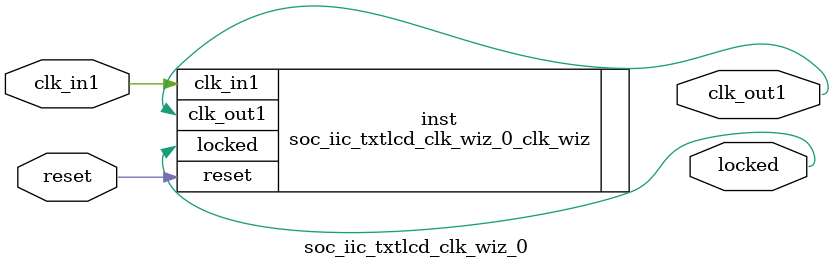
<source format=v>


`timescale 1ps/1ps

(* CORE_GENERATION_INFO = "soc_iic_txtlcd_clk_wiz_0,clk_wiz_v6_0_15_0_0,{component_name=soc_iic_txtlcd_clk_wiz_0,use_phase_alignment=true,use_min_o_jitter=false,use_max_i_jitter=false,use_dyn_phase_shift=false,use_inclk_switchover=false,use_dyn_reconfig=false,enable_axi=0,feedback_source=FDBK_AUTO,PRIMITIVE=MMCM,num_out_clk=1,clkin1_period=10.000,clkin2_period=10.000,use_power_down=false,use_reset=true,use_locked=true,use_inclk_stopped=false,feedback_type=SINGLE,CLOCK_MGR_TYPE=NA,manual_override=false}" *)

module soc_iic_txtlcd_clk_wiz_0 
 (
  // Clock out ports
  output        clk_out1,
  // Status and control signals
  input         reset,
  output        locked,
 // Clock in ports
  input         clk_in1
 );

  soc_iic_txtlcd_clk_wiz_0_clk_wiz inst
  (
  // Clock out ports  
  .clk_out1(clk_out1),
  // Status and control signals               
  .reset(reset), 
  .locked(locked),
 // Clock in ports
  .clk_in1(clk_in1)
  );

endmodule

</source>
